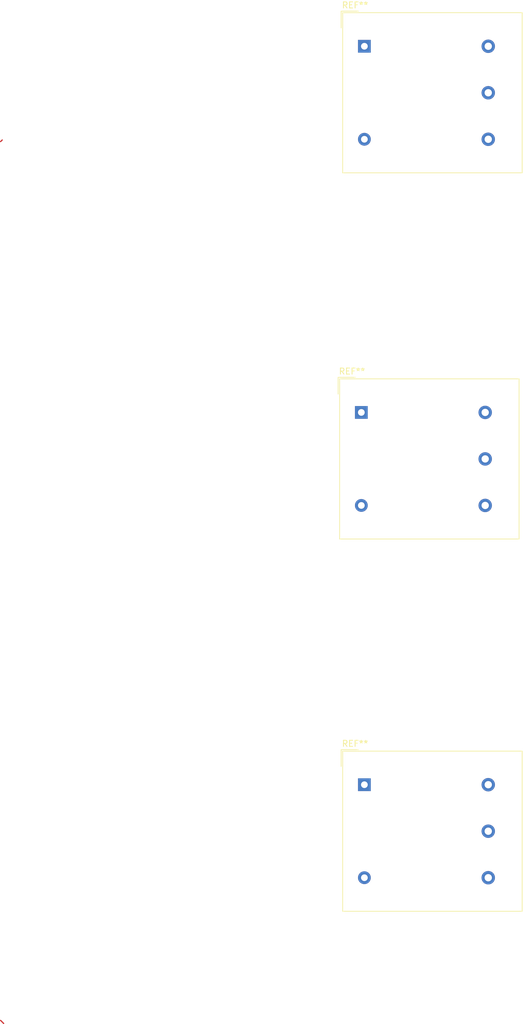
<source format=kicad_pcb>
(kicad_pcb (version 20241229) (generator "pcbnew") (generator_version "9.0")
  (layers (0 "F.Cu" signal) (2 "B.Cu" signal) (13 "F.Paste" user) (15 "B.Paste" user) (5 "F.SilkS" user "F.Silkscreen") (7 "B.SilkS" user "B.Silkscreen") (1 "F.Mask" user) (3 "B.Mask" user) (25 "Edge.Cuts" user))
  (net 0 "")
  (footprint "Sensor_Voltage:LEM_LV25-P" (layer "F.Cu") (at 74.18 92.38)
    (property "Reference" "REF**" (at -1.524 -6.731 180) (layer "F.SilkS"))
    (property "Value" "LEM_LV25-P")
    (fp_line (start -3.81 -5.75) (end -3.81 -3) (stroke (width 0.12)) (layer "F.SilkS"))
    (fp_line (start -3.81 -5.75) (end -1 -5.75) (stroke (width 0.12)) (layer "F.SilkS"))
    (fp_line (start -3.56 -5.5) (end 25.88 -5.5) (stroke (width 0.12)) (layer "F.SilkS"))
    (fp_line (start -3.56 20.74) (end -3.56 -5.5) (stroke (width 0.12)) (layer "F.SilkS"))
    (fp_line (start 25.88 -5.5) (end 25.88 20.74) (stroke (width 0.12)) (layer "F.SilkS"))
    (fp_line (start 25.88 20.74) (end -3.56 20.74) (stroke (width 0.12)) (layer "F.SilkS"))
    (pad "1" thru_hole rect (at 0 0) (size 2.1 2.1) (drill 1.1) (layers "*.Cu" "*.Mask"))
    (pad "3" thru_hole circle (at 0 15.24) (size 2.1 2.1) (drill 1.1) (layers "*.Cu" "*.Mask"))
    (pad "4" thru_hole circle (at 20.32 15.24) (size 2.2 2.2) (drill 1.2) (layers "*.Cu" "*.Mask"))
    (pad "5" thru_hole circle (at 20.32 7.62) (size 2.2 2.2) (drill 1.2) (layers "*.Cu" "*.Mask"))
    (pad "6" thru_hole circle (at 20.32 0) (size 2.2 2.2) (drill 1.2) (layers "*.Cu" "*.Mask"))
  )
  (footprint "Sensor_Voltage:LEM_LV25-P" (layer "F.Cu") (at 74.68 153.38)
    (property "Reference" "REF**" (at -1.524 -6.731 180) (layer "F.SilkS"))
    (property "Value" "LEM_LV25-P")
    (fp_line (start -3.81 -5.75) (end -3.81 -3) (stroke (width 0.12)) (layer "F.SilkS"))
    (fp_line (start -3.81 -5.75) (end -1 -5.75) (stroke (width 0.12)) (layer "F.SilkS"))
    (fp_line (start -3.56 -5.5) (end 25.88 -5.5) (stroke (width 0.12)) (layer "F.SilkS"))
    (fp_line (start -3.56 20.74) (end -3.56 -5.5) (stroke (width 0.12)) (layer "F.SilkS"))
    (fp_line (start 25.88 -5.5) (end 25.88 20.74) (stroke (width 0.12)) (layer "F.SilkS"))
    (fp_line (start 25.88 20.74) (end -3.56 20.74) (stroke (width 0.12)) (layer "F.SilkS"))
    (pad "1" thru_hole rect (at 0 0) (size 2.1 2.1) (drill 1.1) (layers "*.Cu" "*.Mask"))
    (pad "3" thru_hole circle (at 0 15.24) (size 2.1 2.1) (drill 1.1) (layers "*.Cu" "*.Mask"))
    (pad "4" thru_hole circle (at 20.32 15.24) (size 2.2 2.2) (drill 1.2) (layers "*.Cu" "*.Mask"))
    (pad "5" thru_hole circle (at 20.32 7.62) (size 2.2 2.2) (drill 1.2) (layers "*.Cu" "*.Mask"))
    (pad "6" thru_hole circle (at 20.32 0) (size 2.2 2.2) (drill 1.2) (layers "*.Cu" "*.Mask"))
  )
  (footprint "Sensor_Voltage:LEM_LV25-P" (layer "F.Cu") (at 74.68 32.38)
    (property "Reference" "REF**" (at -1.524 -6.731 180) (layer "F.SilkS"))
    (property "Value" "LEM_LV25-P")
    (fp_line (start -3.81 -5.75) (end -3.81 -3) (stroke (width 0.12)) (layer "F.SilkS"))
    (fp_line (start -3.81 -5.75) (end -1 -5.75) (stroke (width 0.12)) (layer "F.SilkS"))
    (fp_line (start -3.56 -5.5) (end 25.88 -5.5) (stroke (width 0.12)) (layer "F.SilkS"))
    (fp_line (start -3.56 20.74) (end -3.56 -5.5) (stroke (width 0.12)) (layer "F.SilkS"))
    (fp_line (start 25.88 -5.5) (end 25.88 20.74) (stroke (width 0.12)) (layer "F.SilkS"))
    (fp_line (start 25.88 20.74) (end -3.56 20.74) (stroke (width 0.12)) (layer "F.SilkS"))
    (pad "1" thru_hole rect (at 0 0) (size 2.1 2.1) (drill 1.1) (layers "*.Cu" "*.Mask"))
    (pad "3" thru_hole circle (at 0 15.24) (size 2.1 2.1) (drill 1.1) (layers "*.Cu" "*.Mask"))
    (pad "4" thru_hole circle (at 20.32 15.24) (size 2.2 2.2) (drill 1.2) (layers "*.Cu" "*.Mask"))
    (pad "5" thru_hole circle (at 20.32 7.62) (size 2.2 2.2) (drill 1.2) (layers "*.Cu" "*.Mask"))
    (pad "6" thru_hole circle (at 20.32 0) (size 2.2 2.2) (drill 1.2) (layers "*.Cu" "*.Mask"))
  )
  (segment (start 15.26 47.74) (end 15 48) (width 0.2) (layer "F.Cu") (net 0))
  (segment (start 15 192) (end 15.5 192.5) (width 0.2) (layer "F.Cu") (net 0))
)
</source>
